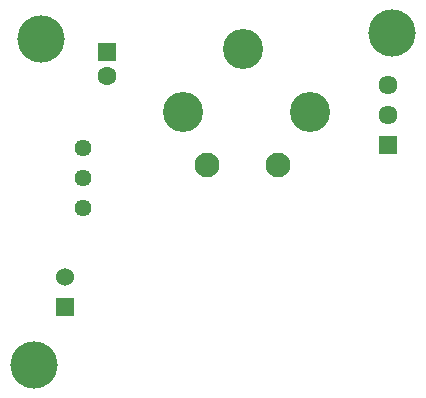
<source format=gbr>
%TF.GenerationSoftware,KiCad,Pcbnew,8.0.2*%
%TF.CreationDate,2024-09-26T13:59:12+02:00*%
%TF.ProjectId,AIR Controller,41495220-436f-46e7-9472-6f6c6c65722e,rev?*%
%TF.SameCoordinates,Original*%
%TF.FileFunction,Soldermask,Bot*%
%TF.FilePolarity,Negative*%
%FSLAX46Y46*%
G04 Gerber Fmt 4.6, Leading zero omitted, Abs format (unit mm)*
G04 Created by KiCad (PCBNEW 8.0.2) date 2024-09-26 13:59:12*
%MOMM*%
%LPD*%
G01*
G04 APERTURE LIST*
%ADD10C,2.100000*%
%ADD11C,3.400000*%
%ADD12C,4.000000*%
%ADD13R,1.610000X1.610000*%
%ADD14C,1.610000*%
%ADD15R,1.530000X1.530000*%
%ADD16C,1.530000*%
%ADD17C,1.440000*%
%ADD18R,1.600000X1.600000*%
%ADD19C,1.600000*%
G04 APERTURE END LIST*
D10*
%TO.C,K2*%
X173719500Y-65006500D03*
D11*
X176419500Y-60506500D03*
X170719500Y-55106500D03*
X165719500Y-60506500D03*
D10*
X167719500Y-65006500D03*
%TD*%
D12*
%TO.C,*%
X153682000Y-54308000D03*
%TD*%
D13*
%TO.C,J1*%
X183000000Y-63246000D03*
D14*
X183000000Y-60706000D03*
X183000000Y-58166000D03*
%TD*%
D15*
%TO.C,J3*%
X155702000Y-76962000D03*
D16*
X155702000Y-74422000D03*
%TD*%
D12*
%TO.C,*%
X183400000Y-53800000D03*
%TD*%
%TO.C,*%
X153047000Y-81892400D03*
%TD*%
D17*
%TO.C,U1*%
X157226000Y-68580000D03*
X157226000Y-66040000D03*
X157226000Y-63500000D03*
%TD*%
D18*
%TO.C,C1*%
X159258000Y-55432888D03*
D19*
X159258000Y-57432888D03*
%TD*%
M02*

</source>
